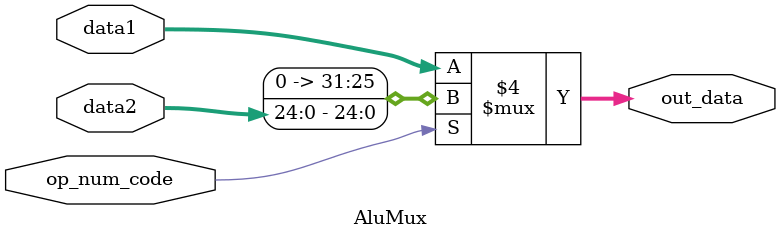
<source format=v>
module AluMux (
	input [31:0] data1,
	input [24:0] data2,
	input op_num_code,
	output reg [31:0] out_data
	);
	
	always @(*)
	begin
		if(op_num_code == 0) out_data = data1;
		else out_data = data2;
	end
endmodule

</source>
